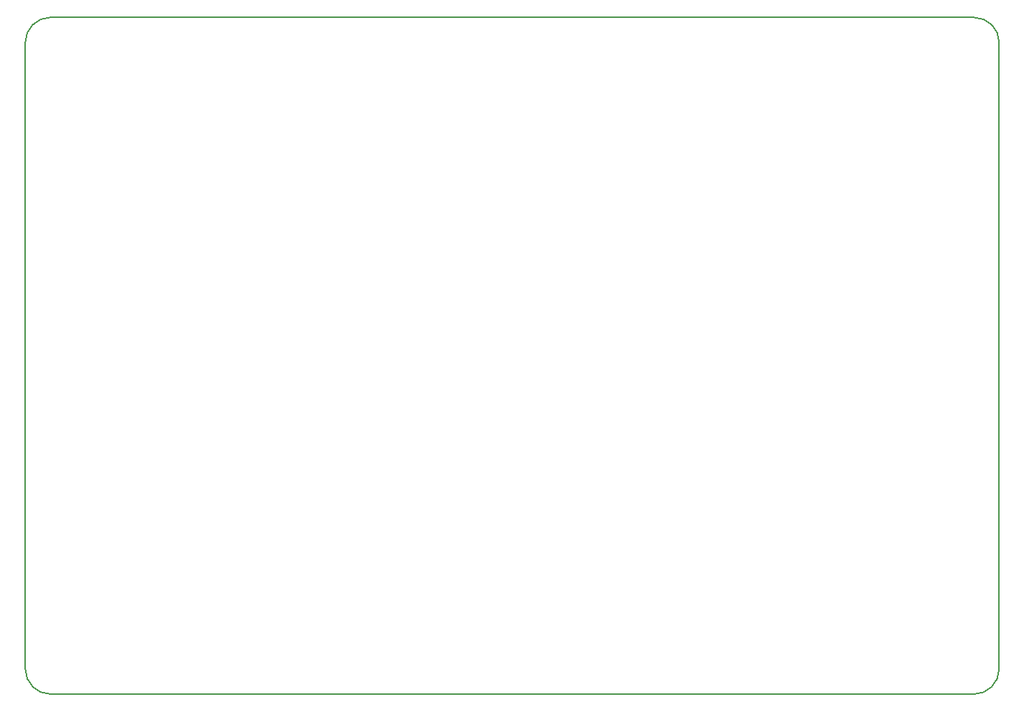
<source format=gbr>
%TF.GenerationSoftware,KiCad,Pcbnew,9.0.4*%
%TF.CreationDate,2025-09-24T21:04:32+02:00*%
%TF.ProjectId,stepperbalancerelektonics,73746570-7065-4726-9261-6c616e636572,rev?*%
%TF.SameCoordinates,Original*%
%TF.FileFunction,Profile,NP*%
%FSLAX46Y46*%
G04 Gerber Fmt 4.6, Leading zero omitted, Abs format (unit mm)*
G04 Created by KiCad (PCBNEW 9.0.4) date 2025-09-24 21:04:32*
%MOMM*%
%LPD*%
G01*
G04 APERTURE LIST*
%TA.AperFunction,Profile*%
%ADD10C,0.200000*%
%TD*%
G04 APERTURE END LIST*
D10*
X71580000Y-125720000D02*
G75*
G02*
X68580000Y-122720000I0J3000000D01*
G01*
X183580000Y-122720000D02*
G75*
G02*
X180580000Y-125720000I-3000000J0D01*
G01*
X68580000Y-48720000D02*
G75*
G02*
X71580000Y-45720000I3000000J0D01*
G01*
X180580000Y-45720000D02*
G75*
G02*
X183580000Y-48720000I0J-3000000D01*
G01*
X68580000Y-122720000D02*
X68580000Y-48720000D01*
X180580000Y-125720000D02*
X71580000Y-125720000D01*
X183580000Y-48720000D02*
X183580000Y-122720000D01*
X71580000Y-45720000D02*
X180580000Y-45720000D01*
M02*

</source>
